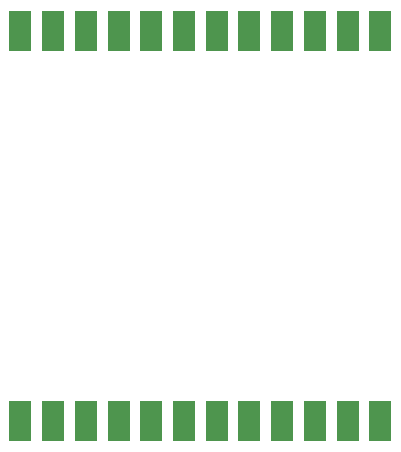
<source format=gbr>
%TF.GenerationSoftware,KiCad,Pcbnew,(5.1.12)-1*%
%TF.CreationDate,2023-06-15T15:32:22+02:00*%
%TF.ProjectId,cs1,6373312e-6b69-4636-9164-5f7063625858,rev?*%
%TF.SameCoordinates,Original*%
%TF.FileFunction,Paste,Top*%
%TF.FilePolarity,Positive*%
%FSLAX46Y46*%
G04 Gerber Fmt 4.6, Leading zero omitted, Abs format (unit mm)*
G04 Created by KiCad (PCBNEW (5.1.12)-1) date 2023-06-15 15:32:22*
%MOMM*%
%LPD*%
G01*
G04 APERTURE LIST*
%ADD10R,1.846667X3.480000*%
G04 APERTURE END LIST*
D10*
%TO.C,J1*%
X192265000Y-62500000D03*
X195035000Y-62500000D03*
X197805000Y-62500000D03*
X200575000Y-62500000D03*
X203345000Y-62500000D03*
X206115000Y-62500000D03*
X208885000Y-62500000D03*
X211655000Y-62500000D03*
X214425000Y-62500000D03*
X217195000Y-62500000D03*
X219965000Y-62500000D03*
X222735000Y-62500000D03*
%TD*%
%TO.C,J2*%
X222735000Y-95500000D03*
X219965000Y-95500000D03*
X217195000Y-95500000D03*
X214425000Y-95500000D03*
X211655000Y-95500000D03*
X208885000Y-95500000D03*
X206115000Y-95500000D03*
X203345000Y-95500000D03*
X200575000Y-95500000D03*
X197805000Y-95500000D03*
X195035000Y-95500000D03*
X192265000Y-95500000D03*
%TD*%
M02*

</source>
